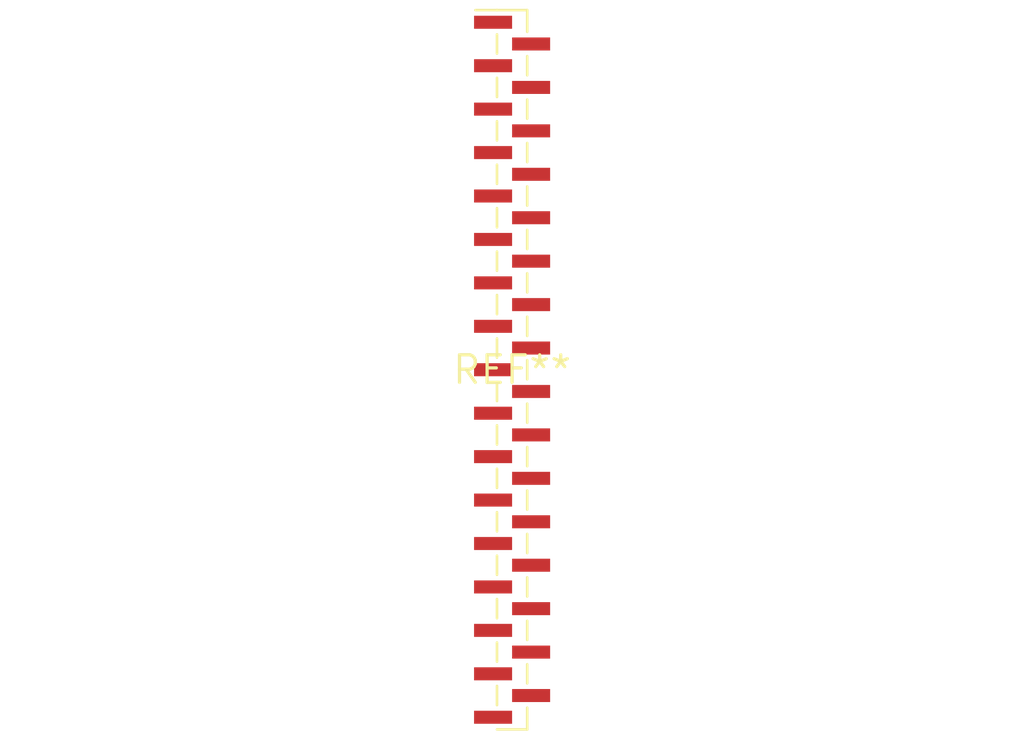
<source format=kicad_pcb>
(kicad_pcb (version 20240108) (generator pcbnew)
  (layers (0 "F.Cu" signal) (31 "B.Cu" signal) (34 "B.Paste" user) (35 "F.Paste" user) (36 "B.SilkS" user "B.Silkscreen") (37 "F.SilkS" user "F.Silkscreen") (38 "B.Mask" user) (39 "F.Mask" user) (44 "Edge.Cuts" user))
  (net 0 "")
  (footprint "PinHeader_1x33_P1.00mm_Vertical_SMD_Pin1Left" (layer "F.Cu") (at 0 0)
    (property "Reference" "REF**")
    (property "Value" "PinHeader_1x33_P1.00mm_Vertical_SMD_Pin1Left")
    (fp_line (start -0.695 -16.56) (end -1.69 -16.56) (layer "F.SilkS") (stroke (width 0.12)))
    (fp_line (start -0.695 -16.56) (end -0.695 -16.56) (layer "F.SilkS") (stroke (width 0.12)))
    (fp_line (start -0.695 -16.56) (end 0.695 -16.56) (layer "F.SilkS") (stroke (width 0.12)))
    (fp_line (start -0.695 -15.44) (end -0.695 -14.56) (layer "F.SilkS") (stroke (width 0.12)))
    (fp_line (start -0.695 -13.44) (end -0.695 -12.56) (layer "F.SilkS") (stroke (width 0.12)))
    (fp_line (start -0.695 -11.44) (end -0.695 -10.56) (layer "F.SilkS") (stroke (width 0.12)))
    (fp_line (start -0.695 -9.44) (end -0.695 -8.56) (layer "F.SilkS") (stroke (width 0.12)))
    (fp_line (start -0.695 -7.44) (end -0.695 -6.56) (layer "F.SilkS") (stroke (width 0.12)))
    (fp_line (start -0.695 -5.44) (end -0.695 -4.56) (layer "F.SilkS") (stroke (width 0.12)))
    (fp_line (start -0.695 -3.44) (end -0.695 -2.56) (layer "F.SilkS") (stroke (width 0.12)))
    (fp_line (start -0.695 -1.44) (end -0.695 -0.56) (layer "F.SilkS") (stroke (width 0.12)))
    (fp_line (start -0.695 0.56) (end -0.695 1.44) (layer "F.SilkS") (stroke (width 0.12)))
    (fp_line (start -0.695 2.56) (end -0.695 3.44) (layer "F.SilkS") (stroke (width 0.12)))
    (fp_line (start -0.695 4.56) (end -0.695 5.44) (layer "F.SilkS") (stroke (width 0.12)))
    (fp_line (start -0.695 6.56) (end -0.695 7.44) (layer "F.SilkS") (stroke (width 0.12)))
    (fp_line (start -0.695 8.56) (end -0.695 9.44) (layer "F.SilkS") (stroke (width 0.12)))
    (fp_line (start -0.695 10.56) (end -0.695 11.44) (layer "F.SilkS") (stroke (width 0.12)))
    (fp_line (start -0.695 12.56) (end -0.695 13.44) (layer "F.SilkS") (stroke (width 0.12)))
    (fp_line (start -0.695 14.56) (end -0.695 15.44) (layer "F.SilkS") (stroke (width 0.12)))
    (fp_line (start -0.695 16.56) (end 0.695 16.56) (layer "F.SilkS") (stroke (width 0.12)))
    (fp_line (start 0.695 -16.56) (end 0.695 -15.56) (layer "F.SilkS") (stroke (width 0.12)))
    (fp_line (start 0.695 -14.44) (end 0.695 -13.56) (layer "F.SilkS") (stroke (width 0.12)))
    (fp_line (start 0.695 -12.44) (end 0.695 -11.56) (layer "F.SilkS") (stroke (width 0.12)))
    (fp_line (start 0.695 -10.44) (end 0.695 -9.56) (layer "F.SilkS") (stroke (width 0.12)))
    (fp_line (start 0.695 -8.44) (end 0.695 -7.56) (layer "F.SilkS") (stroke (width 0.12)))
    (fp_line (start 0.695 -6.44) (end 0.695 -5.56) (layer "F.SilkS") (stroke (width 0.12)))
    (fp_line (start 0.695 -4.44) (end 0.695 -3.56) (layer "F.SilkS") (stroke (width 0.12)))
    (fp_line (start 0.695 -2.44) (end 0.695 -1.56) (layer "F.SilkS") (stroke (width 0.12)))
    (fp_line (start 0.695 -0.44) (end 0.695 0.44) (layer "F.SilkS") (stroke (width 0.12)))
    (fp_line (start 0.695 1.56) (end 0.695 2.44) (layer "F.SilkS") (stroke (width 0.12)))
    (fp_line (start 0.695 3.56) (end 0.695 4.44) (layer "F.SilkS") (stroke (width 0.12)))
    (fp_line (start 0.695 5.56) (end 0.695 6.44) (layer "F.SilkS") (stroke (width 0.12)))
    (fp_line (start 0.695 7.56) (end 0.695 8.44) (layer "F.SilkS") (stroke (width 0.12)))
    (fp_line (start 0.695 9.56) (end 0.695 10.44) (layer "F.SilkS") (stroke (width 0.12)))
    (fp_line (start 0.695 11.56) (end 0.695 12.44) (layer "F.SilkS") (stroke (width 0.12)))
    (fp_line (start 0.695 13.56) (end 0.695 14.44) (layer "F.SilkS") (stroke (width 0.12)))
    (fp_line (start 0.695 15.56) (end 0.695 16.56) (layer "F.SilkS") (stroke (width 0.12)))
    (fp_line (start 0.695 16.56) (end 0.695 16.56) (layer "F.SilkS") (stroke (width 0.12)))
    (pad "1" smd rect (at -0.875 -16) (size 1.75 0.6) (layers "F.Cu" "F.Paste" "F.Mask"))
    (pad "2" smd rect (at 0.875 -15) (size 1.75 0.6) (layers "F.Cu" "F.Paste" "F.Mask"))
    (pad "3" smd rect (at -0.875 -14) (size 1.75 0.6) (layers "F.Cu" "F.Paste" "F.Mask"))
    (pad "4" smd rect (at 0.875 -13) (size 1.75 0.6) (layers "F.Cu" "F.Paste" "F.Mask"))
    (pad "5" smd rect (at -0.875 -12) (size 1.75 0.6) (layers "F.Cu" "F.Paste" "F.Mask"))
    (pad "6" smd rect (at 0.875 -11) (size 1.75 0.6) (layers "F.Cu" "F.Paste" "F.Mask"))
    (pad "7" smd rect (at -0.875 -10) (size 1.75 0.6) (layers "F.Cu" "F.Paste" "F.Mask"))
    (pad "8" smd rect (at 0.875 -9) (size 1.75 0.6) (layers "F.Cu" "F.Paste" "F.Mask"))
    (pad "9" smd rect (at -0.875 -8) (size 1.75 0.6) (layers "F.Cu" "F.Paste" "F.Mask"))
    (pad "10" smd rect (at 0.875 -7) (size 1.75 0.6) (layers "F.Cu" "F.Paste" "F.Mask"))
    (pad "11" smd rect (at -0.875 -6) (size 1.75 0.6) (layers "F.Cu" "F.Paste" "F.Mask"))
    (pad "12" smd rect (at 0.875 -5) (size 1.75 0.6) (layers "F.Cu" "F.Paste" "F.Mask"))
    (pad "13" smd rect (at -0.875 -4) (size 1.75 0.6) (layers "F.Cu" "F.Paste" "F.Mask"))
    (pad "14" smd rect (at 0.875 -3) (size 1.75 0.6) (layers "F.Cu" "F.Paste" "F.Mask"))
    (pad "15" smd rect (at -0.875 -2) (size 1.75 0.6) (layers "F.Cu" "F.Paste" "F.Mask"))
    (pad "16" smd rect (at 0.875 -1) (size 1.75 0.6) (layers "F.Cu" "F.Paste" "F.Mask"))
    (pad "17" smd rect (at -0.875 0) (size 1.75 0.6) (layers "F.Cu" "F.Paste" "F.Mask"))
    (pad "18" smd rect (at 0.875 1) (size 1.75 0.6) (layers "F.Cu" "F.Paste" "F.Mask"))
    (pad "19" smd rect (at -0.875 2) (size 1.75 0.6) (layers "F.Cu" "F.Paste" "F.Mask"))
    (pad "20" smd rect (at 0.875 3) (size 1.75 0.6) (layers "F.Cu" "F.Paste" "F.Mask"))
    (pad "21" smd rect (at -0.875 4) (size 1.75 0.6) (layers "F.Cu" "F.Paste" "F.Mask"))
    (pad "22" smd rect (at 0.875 5) (size 1.75 0.6) (layers "F.Cu" "F.Paste" "F.Mask"))
    (pad "23" smd rect (at -0.875 6) (size 1.75 0.6) (layers "F.Cu" "F.Paste" "F.Mask"))
    (pad "24" smd rect (at 0.875 7) (size 1.75 0.6) (layers "F.Cu" "F.Paste" "F.Mask"))
    (pad "25" smd rect (at -0.875 8) (size 1.75 0.6) (layers "F.Cu" "F.Paste" "F.Mask"))
    (pad "26" smd rect (at 0.875 9) (size 1.75 0.6) (layers "F.Cu" "F.Paste" "F.Mask"))
    (pad "27" smd rect (at -0.875 10) (size 1.75 0.6) (layers "F.Cu" "F.Paste" "F.Mask"))
    (pad "28" smd rect (at 0.875 11) (size 1.75 0.6) (layers "F.Cu" "F.Paste" "F.Mask"))
    (pad "29" smd rect (at -0.875 12) (size 1.75 0.6) (layers "F.Cu" "F.Paste" "F.Mask"))
    (pad "30" smd rect (at 0.875 13) (size 1.75 0.6) (layers "F.Cu" "F.Paste" "F.Mask"))
    (pad "31" smd rect (at -0.875 14) (size 1.75 0.6) (layers "F.Cu" "F.Paste" "F.Mask"))
    (pad "32" smd rect (at 0.875 15) (size 1.75 0.6) (layers "F.Cu" "F.Paste" "F.Mask"))
    (pad "33" smd rect (at -0.875 16) (size 1.75 0.6) (layers "F.Cu" "F.Paste" "F.Mask"))
  )
)
</source>
